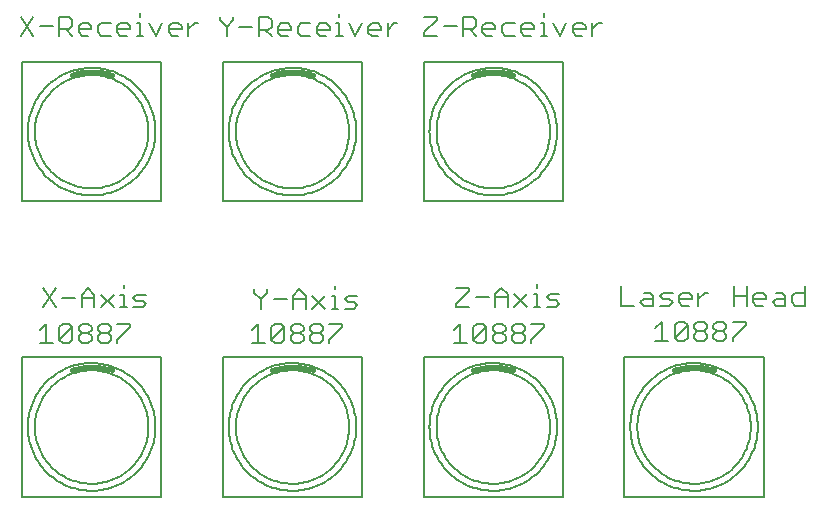
<source format=gto>
G75*
%MOIN*%
%OFA0B0*%
%FSLAX24Y24*%
%IPPOS*%
%LPD*%
%AMOC8*
5,1,8,0,0,1.08239X$1,22.5*
%
%ADD10C,0.0060*%
%ADD11C,0.0080*%
%ADD12C,0.0157*%
D10*
X002493Y011137D02*
X002920Y011137D01*
X002707Y011137D02*
X002707Y011777D01*
X002493Y011564D01*
X003138Y011670D02*
X003138Y011243D01*
X003565Y011670D01*
X003565Y011243D01*
X003458Y011137D01*
X003245Y011137D01*
X003138Y011243D01*
X003138Y011670D02*
X003245Y011777D01*
X003458Y011777D01*
X003565Y011670D01*
X003783Y011670D02*
X003783Y011564D01*
X003889Y011457D01*
X004103Y011457D01*
X004210Y011350D01*
X004210Y011243D01*
X004103Y011137D01*
X003889Y011137D01*
X003783Y011243D01*
X003783Y011350D01*
X003889Y011457D01*
X004103Y011457D02*
X004210Y011564D01*
X004210Y011670D01*
X004103Y011777D01*
X003889Y011777D01*
X003783Y011670D01*
X004427Y011670D02*
X004427Y011564D01*
X004534Y011457D01*
X004747Y011457D01*
X004854Y011350D01*
X004854Y011243D01*
X004747Y011137D01*
X004534Y011137D01*
X004427Y011243D01*
X004427Y011350D01*
X004534Y011457D01*
X004747Y011457D02*
X004854Y011564D01*
X004854Y011670D01*
X004747Y011777D01*
X004534Y011777D01*
X004427Y011670D01*
X005072Y011777D02*
X005499Y011777D01*
X005499Y011670D01*
X005072Y011243D01*
X005072Y011137D01*
X005170Y012318D02*
X005384Y012318D01*
X005277Y012318D02*
X005277Y012745D01*
X005170Y012745D01*
X004953Y012745D02*
X004526Y012318D01*
X004308Y012318D02*
X004308Y012745D01*
X004095Y012958D01*
X003881Y012745D01*
X003881Y012318D01*
X003881Y012638D02*
X004308Y012638D01*
X004526Y012745D02*
X004953Y012318D01*
X005600Y012318D02*
X005920Y012318D01*
X006027Y012424D01*
X005920Y012531D01*
X005707Y012531D01*
X005600Y012638D01*
X005707Y012745D01*
X006027Y012745D01*
X005277Y012958D02*
X005277Y013065D01*
X003663Y012638D02*
X003236Y012638D01*
X003019Y012318D02*
X002592Y012958D01*
X003019Y012958D02*
X002592Y012318D01*
X009560Y011564D02*
X009774Y011777D01*
X009774Y011137D01*
X009987Y011137D02*
X009560Y011137D01*
X010205Y011243D02*
X010205Y011670D01*
X010312Y011777D01*
X010525Y011777D01*
X010632Y011670D01*
X010205Y011243D01*
X010312Y011137D01*
X010525Y011137D01*
X010632Y011243D01*
X010632Y011670D01*
X010849Y011670D02*
X010849Y011564D01*
X010956Y011457D01*
X011170Y011457D01*
X011277Y011350D01*
X011277Y011243D01*
X011170Y011137D01*
X010956Y011137D01*
X010849Y011243D01*
X010849Y011350D01*
X010956Y011457D01*
X011170Y011457D02*
X011277Y011564D01*
X011277Y011670D01*
X011170Y011777D01*
X010956Y011777D01*
X010849Y011670D01*
X010928Y012278D02*
X010928Y012705D01*
X011142Y012919D01*
X011355Y012705D01*
X011355Y012278D01*
X011573Y012278D02*
X012000Y012705D01*
X012217Y012705D02*
X012324Y012705D01*
X012324Y012278D01*
X012217Y012278D02*
X012431Y012278D01*
X012647Y012278D02*
X012967Y012278D01*
X013074Y012385D01*
X012967Y012492D01*
X012754Y012492D01*
X012647Y012599D01*
X012754Y012705D01*
X013074Y012705D01*
X012324Y012919D02*
X012324Y013026D01*
X012000Y012278D02*
X011573Y012705D01*
X011355Y012599D02*
X010928Y012599D01*
X010711Y012599D02*
X010284Y012599D01*
X010066Y012812D02*
X010066Y012919D01*
X010066Y012812D02*
X009853Y012599D01*
X009853Y012278D01*
X009853Y012599D02*
X009639Y012812D01*
X009639Y012919D01*
X011494Y011670D02*
X011494Y011564D01*
X011601Y011457D01*
X011814Y011457D01*
X011921Y011350D01*
X011921Y011243D01*
X011814Y011137D01*
X011601Y011137D01*
X011494Y011243D01*
X011494Y011350D01*
X011601Y011457D01*
X011814Y011457D02*
X011921Y011564D01*
X011921Y011670D01*
X011814Y011777D01*
X011601Y011777D01*
X011494Y011670D01*
X012139Y011777D02*
X012566Y011777D01*
X012566Y011670D01*
X012139Y011243D01*
X012139Y011137D01*
X016293Y011137D02*
X016720Y011137D01*
X016506Y011137D02*
X016506Y011777D01*
X016293Y011564D01*
X016937Y011670D02*
X016937Y011243D01*
X017364Y011670D01*
X017364Y011243D01*
X017258Y011137D01*
X017044Y011137D01*
X016937Y011243D01*
X016937Y011670D02*
X017044Y011777D01*
X017258Y011777D01*
X017364Y011670D01*
X017582Y011670D02*
X017582Y011564D01*
X017689Y011457D01*
X017902Y011457D01*
X018009Y011350D01*
X018009Y011243D01*
X017902Y011137D01*
X017689Y011137D01*
X017582Y011243D01*
X017582Y011350D01*
X017689Y011457D01*
X017902Y011457D02*
X018009Y011564D01*
X018009Y011670D01*
X017902Y011777D01*
X017689Y011777D01*
X017582Y011670D01*
X017661Y012337D02*
X017661Y012764D01*
X017874Y012978D01*
X018088Y012764D01*
X018088Y012337D01*
X018305Y012337D02*
X018732Y012764D01*
X018950Y012764D02*
X019056Y012764D01*
X019056Y012337D01*
X018950Y012337D02*
X019163Y012337D01*
X019379Y012337D02*
X019700Y012337D01*
X019806Y012444D01*
X019700Y012551D01*
X019486Y012551D01*
X019379Y012658D01*
X019486Y012764D01*
X019806Y012764D01*
X019056Y012978D02*
X019056Y013085D01*
X018732Y012337D02*
X018305Y012764D01*
X018088Y012658D02*
X017661Y012658D01*
X017443Y012658D02*
X017016Y012658D01*
X016798Y012871D02*
X016371Y012444D01*
X016371Y012337D01*
X016798Y012337D01*
X016798Y012871D02*
X016798Y012978D01*
X016371Y012978D01*
X018226Y011670D02*
X018226Y011564D01*
X018333Y011457D01*
X018547Y011457D01*
X018653Y011350D01*
X018653Y011243D01*
X018547Y011137D01*
X018333Y011137D01*
X018226Y011243D01*
X018226Y011350D01*
X018333Y011457D01*
X018547Y011457D02*
X018653Y011564D01*
X018653Y011670D01*
X018547Y011777D01*
X018333Y011777D01*
X018226Y011670D01*
X018871Y011777D02*
X019298Y011777D01*
X019298Y011670D01*
X018871Y011243D01*
X018871Y011137D01*
X021864Y012377D02*
X022291Y012377D01*
X022508Y012484D02*
X022615Y012590D01*
X022935Y012590D01*
X022935Y012697D02*
X022935Y012377D01*
X022615Y012377D01*
X022508Y012484D01*
X022615Y012804D02*
X022828Y012804D01*
X022935Y012697D01*
X023153Y012697D02*
X023259Y012590D01*
X023473Y012590D01*
X023580Y012484D01*
X023473Y012377D01*
X023153Y012377D01*
X023153Y012697D02*
X023259Y012804D01*
X023580Y012804D01*
X023797Y012697D02*
X023797Y012484D01*
X023904Y012377D01*
X024117Y012377D01*
X024224Y012590D02*
X023797Y012590D01*
X023797Y012697D02*
X023904Y012804D01*
X024117Y012804D01*
X024224Y012697D01*
X024224Y012590D01*
X024442Y012590D02*
X024655Y012804D01*
X024762Y012804D01*
X024442Y012804D02*
X024442Y012377D01*
X024401Y011836D02*
X024615Y011836D01*
X024721Y011729D01*
X024721Y011623D01*
X024615Y011516D01*
X024401Y011516D01*
X024294Y011623D01*
X024294Y011729D01*
X024401Y011836D01*
X024401Y011516D02*
X024294Y011409D01*
X024294Y011302D01*
X024401Y011196D01*
X024615Y011196D01*
X024721Y011302D01*
X024721Y011409D01*
X024615Y011516D01*
X024939Y011623D02*
X024939Y011729D01*
X025046Y011836D01*
X025259Y011836D01*
X025366Y011729D01*
X025366Y011623D01*
X025259Y011516D01*
X025046Y011516D01*
X024939Y011623D01*
X025046Y011516D02*
X024939Y011409D01*
X024939Y011302D01*
X025046Y011196D01*
X025259Y011196D01*
X025366Y011302D01*
X025366Y011409D01*
X025259Y011516D01*
X025583Y011302D02*
X025583Y011196D01*
X025583Y011302D02*
X026011Y011729D01*
X026011Y011836D01*
X025583Y011836D01*
X025623Y012377D02*
X025623Y013017D01*
X025623Y012697D02*
X026050Y012697D01*
X026268Y012697D02*
X026268Y012484D01*
X026375Y012377D01*
X026588Y012377D01*
X026695Y012590D02*
X026268Y012590D01*
X026268Y012697D02*
X026375Y012804D01*
X026588Y012804D01*
X026695Y012697D01*
X026695Y012590D01*
X026913Y012484D02*
X027019Y012590D01*
X027340Y012590D01*
X027340Y012697D02*
X027233Y012804D01*
X027019Y012804D01*
X026913Y012484D02*
X027019Y012377D01*
X027340Y012377D01*
X027340Y012697D01*
X027557Y012697D02*
X027664Y012804D01*
X027984Y012804D01*
X027984Y013017D02*
X027984Y012377D01*
X027664Y012377D01*
X027557Y012484D01*
X027557Y012697D01*
X026050Y013017D02*
X026050Y012377D01*
X024077Y011729D02*
X024077Y011302D01*
X023970Y011196D01*
X023757Y011196D01*
X023650Y011302D01*
X024077Y011729D01*
X023970Y011836D01*
X023757Y011836D01*
X023650Y011729D01*
X023650Y011302D01*
X023432Y011196D02*
X023005Y011196D01*
X023219Y011196D02*
X023219Y011836D01*
X023005Y011623D01*
X021864Y012377D02*
X021864Y013017D01*
X020895Y021373D02*
X020895Y021800D01*
X021108Y021800D02*
X020895Y021586D01*
X020677Y021586D02*
X020677Y021693D01*
X020570Y021800D01*
X020357Y021800D01*
X020250Y021693D01*
X020250Y021480D01*
X020357Y021373D01*
X020570Y021373D01*
X020677Y021586D02*
X020250Y021586D01*
X020032Y021800D02*
X019819Y021373D01*
X019605Y021800D01*
X019282Y021800D02*
X019282Y021373D01*
X019176Y021373D02*
X019389Y021373D01*
X019282Y021800D02*
X019176Y021800D01*
X019282Y022013D02*
X019282Y022120D01*
X018958Y021693D02*
X018958Y021586D01*
X018531Y021586D01*
X018531Y021480D02*
X018531Y021693D01*
X018638Y021800D01*
X018851Y021800D01*
X018958Y021693D01*
X018638Y021373D02*
X018531Y021480D01*
X018638Y021373D02*
X018851Y021373D01*
X018314Y021373D02*
X017993Y021373D01*
X017887Y021480D01*
X017887Y021693D01*
X017993Y021800D01*
X018314Y021800D01*
X017669Y021693D02*
X017669Y021586D01*
X017242Y021586D01*
X017242Y021480D02*
X017242Y021693D01*
X017349Y021800D01*
X017562Y021800D01*
X017669Y021693D01*
X017562Y021373D02*
X017349Y021373D01*
X017242Y021480D01*
X017025Y021373D02*
X016811Y021586D01*
X016918Y021586D02*
X016598Y021586D01*
X016598Y021373D02*
X016598Y022013D01*
X016918Y022013D01*
X017025Y021907D01*
X017025Y021693D01*
X016918Y021586D01*
X016380Y021693D02*
X015953Y021693D01*
X015735Y021907D02*
X015735Y022013D01*
X015308Y022013D01*
X015735Y021907D02*
X015308Y021480D01*
X015308Y021373D01*
X015735Y021373D01*
X014404Y021780D02*
X014297Y021780D01*
X014083Y021567D01*
X014083Y021780D02*
X014083Y021353D01*
X013866Y021567D02*
X013439Y021567D01*
X013439Y021673D02*
X013439Y021460D01*
X013546Y021353D01*
X013759Y021353D01*
X013866Y021567D02*
X013866Y021673D01*
X013759Y021780D01*
X013546Y021780D01*
X013439Y021673D01*
X013221Y021780D02*
X013008Y021353D01*
X012794Y021780D01*
X012471Y021780D02*
X012471Y021353D01*
X012365Y021353D02*
X012578Y021353D01*
X012471Y021780D02*
X012365Y021780D01*
X012471Y021994D02*
X012471Y022100D01*
X012147Y021673D02*
X012147Y021567D01*
X011720Y021567D01*
X011720Y021673D02*
X011720Y021460D01*
X011827Y021353D01*
X012040Y021353D01*
X012147Y021673D02*
X012040Y021780D01*
X011827Y021780D01*
X011720Y021673D01*
X011503Y021780D02*
X011182Y021780D01*
X011076Y021673D01*
X011076Y021460D01*
X011182Y021353D01*
X011503Y021353D01*
X010858Y021567D02*
X010858Y021673D01*
X010751Y021780D01*
X010538Y021780D01*
X010431Y021673D01*
X010431Y021460D01*
X010538Y021353D01*
X010751Y021353D01*
X010858Y021567D02*
X010431Y021567D01*
X010214Y021673D02*
X010107Y021567D01*
X009787Y021567D01*
X010000Y021567D02*
X010214Y021353D01*
X009787Y021353D02*
X009787Y021994D01*
X010107Y021994D01*
X010214Y021887D01*
X010214Y021673D01*
X009569Y021673D02*
X009142Y021673D01*
X008924Y021887D02*
X008924Y021994D01*
X008924Y021887D02*
X008711Y021673D01*
X008711Y021353D01*
X008711Y021673D02*
X008497Y021887D01*
X008497Y021994D01*
X007750Y021800D02*
X007643Y021800D01*
X007430Y021586D01*
X007430Y021373D02*
X007430Y021800D01*
X007212Y021693D02*
X007212Y021586D01*
X006785Y021586D01*
X006785Y021480D02*
X006785Y021693D01*
X006892Y021800D01*
X007106Y021800D01*
X007212Y021693D01*
X007106Y021373D02*
X006892Y021373D01*
X006785Y021480D01*
X006568Y021800D02*
X006354Y021373D01*
X006141Y021800D01*
X005818Y021800D02*
X005818Y021373D01*
X005711Y021373D02*
X005925Y021373D01*
X005494Y021586D02*
X005067Y021586D01*
X005067Y021480D02*
X005067Y021693D01*
X005173Y021800D01*
X005387Y021800D01*
X005494Y021693D01*
X005494Y021586D01*
X005387Y021373D02*
X005173Y021373D01*
X005067Y021480D01*
X004849Y021373D02*
X004529Y021373D01*
X004422Y021480D01*
X004422Y021693D01*
X004529Y021800D01*
X004849Y021800D01*
X004205Y021693D02*
X004205Y021586D01*
X003778Y021586D01*
X003778Y021480D02*
X003778Y021693D01*
X003884Y021800D01*
X004098Y021800D01*
X004205Y021693D01*
X003884Y021373D02*
X003778Y021480D01*
X003884Y021373D02*
X004098Y021373D01*
X003560Y021373D02*
X003346Y021586D01*
X003453Y021586D02*
X003133Y021586D01*
X003133Y021373D02*
X003133Y022013D01*
X003453Y022013D01*
X003560Y021907D01*
X003560Y021693D01*
X003453Y021586D01*
X002915Y021693D02*
X002488Y021693D01*
X002271Y022013D02*
X001844Y021373D01*
X002271Y021373D02*
X001844Y022013D01*
X005711Y021800D02*
X005818Y021800D01*
X005818Y022013D02*
X005818Y022120D01*
X021108Y021800D02*
X021215Y021800D01*
D11*
X001893Y010654D02*
X001893Y006008D01*
X006538Y006008D01*
X006538Y010654D01*
X001893Y010654D01*
X002324Y008331D02*
X002326Y008418D01*
X002332Y008504D01*
X002342Y008590D01*
X002356Y008676D01*
X002374Y008761D01*
X002395Y008845D01*
X002421Y008928D01*
X002450Y009009D01*
X002483Y009090D01*
X002519Y009168D01*
X002560Y009245D01*
X002603Y009320D01*
X002650Y009393D01*
X002701Y009463D01*
X002754Y009532D01*
X002811Y009597D01*
X002870Y009660D01*
X002933Y009721D01*
X002998Y009778D01*
X003065Y009832D01*
X003135Y009883D01*
X003208Y009931D01*
X003282Y009976D01*
X003358Y010017D01*
X003437Y010054D01*
X003516Y010088D01*
X003598Y010118D01*
X003680Y010145D01*
X003764Y010167D01*
X003849Y010186D01*
X003934Y010201D01*
X004020Y010212D01*
X004107Y010219D01*
X004193Y010222D01*
X004280Y010221D01*
X004367Y010216D01*
X004453Y010207D01*
X004539Y010194D01*
X004624Y010177D01*
X004708Y010157D01*
X004791Y010132D01*
X004873Y010104D01*
X004954Y010072D01*
X005033Y010036D01*
X005110Y009997D01*
X005185Y009954D01*
X005259Y009908D01*
X005330Y009858D01*
X005399Y009806D01*
X005465Y009750D01*
X005529Y009691D01*
X005590Y009629D01*
X005648Y009565D01*
X005703Y009498D01*
X005755Y009428D01*
X005804Y009357D01*
X005849Y009283D01*
X005891Y009207D01*
X005929Y009129D01*
X005964Y009050D01*
X005995Y008969D01*
X006023Y008886D01*
X006046Y008803D01*
X006066Y008719D01*
X006082Y008633D01*
X006094Y008547D01*
X006102Y008461D01*
X006106Y008374D01*
X006106Y008288D01*
X006102Y008201D01*
X006094Y008115D01*
X006082Y008029D01*
X006066Y007943D01*
X006046Y007859D01*
X006023Y007776D01*
X005995Y007693D01*
X005964Y007612D01*
X005929Y007533D01*
X005891Y007455D01*
X005849Y007379D01*
X005804Y007305D01*
X005755Y007234D01*
X005703Y007164D01*
X005648Y007097D01*
X005590Y007033D01*
X005529Y006971D01*
X005465Y006912D01*
X005399Y006856D01*
X005330Y006804D01*
X005259Y006754D01*
X005185Y006708D01*
X005110Y006665D01*
X005033Y006626D01*
X004954Y006590D01*
X004873Y006558D01*
X004791Y006530D01*
X004708Y006505D01*
X004624Y006485D01*
X004539Y006468D01*
X004453Y006455D01*
X004367Y006446D01*
X004280Y006441D01*
X004193Y006440D01*
X004107Y006443D01*
X004020Y006450D01*
X003934Y006461D01*
X003849Y006476D01*
X003764Y006495D01*
X003680Y006517D01*
X003598Y006544D01*
X003516Y006574D01*
X003437Y006608D01*
X003358Y006645D01*
X003282Y006686D01*
X003208Y006731D01*
X003135Y006779D01*
X003065Y006830D01*
X002998Y006884D01*
X002933Y006941D01*
X002870Y007002D01*
X002811Y007065D01*
X002754Y007130D01*
X002701Y007199D01*
X002650Y007269D01*
X002603Y007342D01*
X002560Y007417D01*
X002519Y007494D01*
X002483Y007572D01*
X002450Y007653D01*
X002421Y007734D01*
X002395Y007817D01*
X002374Y007901D01*
X002356Y007986D01*
X002342Y008072D01*
X002332Y008158D01*
X002326Y008244D01*
X002324Y008331D01*
X002089Y008331D02*
X002091Y008423D01*
X002097Y008515D01*
X002107Y008607D01*
X002121Y008698D01*
X002139Y008788D01*
X002160Y008878D01*
X002186Y008966D01*
X002215Y009053D01*
X002249Y009139D01*
X002285Y009224D01*
X002326Y009306D01*
X002370Y009387D01*
X002417Y009466D01*
X002468Y009543D01*
X002523Y009618D01*
X002580Y009690D01*
X002640Y009759D01*
X002704Y009826D01*
X002770Y009890D01*
X002839Y009951D01*
X002910Y010009D01*
X002984Y010064D01*
X003060Y010116D01*
X003139Y010164D01*
X003219Y010209D01*
X003301Y010251D01*
X003385Y010288D01*
X003471Y010323D01*
X003558Y010353D01*
X003646Y010380D01*
X003736Y010402D01*
X003826Y010421D01*
X003917Y010436D01*
X004008Y010447D01*
X004100Y010454D01*
X004192Y010457D01*
X004284Y010456D01*
X004376Y010451D01*
X004468Y010442D01*
X004559Y010429D01*
X004650Y010412D01*
X004739Y010391D01*
X004828Y010367D01*
X004916Y010338D01*
X005002Y010306D01*
X005087Y010270D01*
X005170Y010230D01*
X005251Y010187D01*
X005331Y010141D01*
X005408Y010091D01*
X005483Y010037D01*
X005556Y009981D01*
X005626Y009921D01*
X005694Y009859D01*
X005758Y009793D01*
X005820Y009725D01*
X005879Y009654D01*
X005935Y009581D01*
X005987Y009505D01*
X006037Y009427D01*
X006082Y009347D01*
X006125Y009265D01*
X006163Y009182D01*
X006198Y009096D01*
X006230Y009010D01*
X006257Y008922D01*
X006281Y008833D01*
X006301Y008743D01*
X006317Y008652D01*
X006329Y008561D01*
X006337Y008469D01*
X006341Y008377D01*
X006341Y008285D01*
X006337Y008193D01*
X006329Y008101D01*
X006317Y008010D01*
X006301Y007919D01*
X006281Y007829D01*
X006257Y007740D01*
X006230Y007652D01*
X006198Y007566D01*
X006163Y007480D01*
X006125Y007397D01*
X006082Y007315D01*
X006037Y007235D01*
X005987Y007157D01*
X005935Y007081D01*
X005879Y007008D01*
X005820Y006937D01*
X005758Y006869D01*
X005694Y006803D01*
X005626Y006741D01*
X005556Y006681D01*
X005483Y006625D01*
X005408Y006571D01*
X005331Y006521D01*
X005251Y006475D01*
X005170Y006432D01*
X005087Y006392D01*
X005002Y006356D01*
X004916Y006324D01*
X004828Y006295D01*
X004739Y006271D01*
X004650Y006250D01*
X004559Y006233D01*
X004468Y006220D01*
X004376Y006211D01*
X004284Y006206D01*
X004192Y006205D01*
X004100Y006208D01*
X004008Y006215D01*
X003917Y006226D01*
X003826Y006241D01*
X003736Y006260D01*
X003646Y006282D01*
X003558Y006309D01*
X003471Y006339D01*
X003385Y006374D01*
X003301Y006411D01*
X003219Y006453D01*
X003139Y006498D01*
X003060Y006546D01*
X002984Y006598D01*
X002910Y006653D01*
X002839Y006711D01*
X002770Y006772D01*
X002704Y006836D01*
X002640Y006903D01*
X002580Y006972D01*
X002523Y007044D01*
X002468Y007119D01*
X002417Y007196D01*
X002370Y007275D01*
X002326Y007356D01*
X002285Y007438D01*
X002249Y007523D01*
X002215Y007609D01*
X002186Y007696D01*
X002160Y007784D01*
X002139Y007874D01*
X002121Y007964D01*
X002107Y008055D01*
X002097Y008147D01*
X002091Y008239D01*
X002089Y008331D01*
X008586Y006008D02*
X008586Y010654D01*
X013231Y010654D01*
X013231Y006008D01*
X008586Y006008D01*
X009017Y008331D02*
X009019Y008418D01*
X009025Y008504D01*
X009035Y008590D01*
X009049Y008676D01*
X009067Y008761D01*
X009088Y008845D01*
X009114Y008928D01*
X009143Y009009D01*
X009176Y009090D01*
X009212Y009168D01*
X009253Y009245D01*
X009296Y009320D01*
X009343Y009393D01*
X009394Y009463D01*
X009447Y009532D01*
X009504Y009597D01*
X009563Y009660D01*
X009626Y009721D01*
X009691Y009778D01*
X009758Y009832D01*
X009828Y009883D01*
X009901Y009931D01*
X009975Y009976D01*
X010051Y010017D01*
X010130Y010054D01*
X010209Y010088D01*
X010291Y010118D01*
X010373Y010145D01*
X010457Y010167D01*
X010542Y010186D01*
X010627Y010201D01*
X010713Y010212D01*
X010800Y010219D01*
X010886Y010222D01*
X010973Y010221D01*
X011060Y010216D01*
X011146Y010207D01*
X011232Y010194D01*
X011317Y010177D01*
X011401Y010157D01*
X011484Y010132D01*
X011566Y010104D01*
X011647Y010072D01*
X011726Y010036D01*
X011803Y009997D01*
X011878Y009954D01*
X011952Y009908D01*
X012023Y009858D01*
X012092Y009806D01*
X012158Y009750D01*
X012222Y009691D01*
X012283Y009629D01*
X012341Y009565D01*
X012396Y009498D01*
X012448Y009428D01*
X012497Y009357D01*
X012542Y009283D01*
X012584Y009207D01*
X012622Y009129D01*
X012657Y009050D01*
X012688Y008969D01*
X012716Y008886D01*
X012739Y008803D01*
X012759Y008719D01*
X012775Y008633D01*
X012787Y008547D01*
X012795Y008461D01*
X012799Y008374D01*
X012799Y008288D01*
X012795Y008201D01*
X012787Y008115D01*
X012775Y008029D01*
X012759Y007943D01*
X012739Y007859D01*
X012716Y007776D01*
X012688Y007693D01*
X012657Y007612D01*
X012622Y007533D01*
X012584Y007455D01*
X012542Y007379D01*
X012497Y007305D01*
X012448Y007234D01*
X012396Y007164D01*
X012341Y007097D01*
X012283Y007033D01*
X012222Y006971D01*
X012158Y006912D01*
X012092Y006856D01*
X012023Y006804D01*
X011952Y006754D01*
X011878Y006708D01*
X011803Y006665D01*
X011726Y006626D01*
X011647Y006590D01*
X011566Y006558D01*
X011484Y006530D01*
X011401Y006505D01*
X011317Y006485D01*
X011232Y006468D01*
X011146Y006455D01*
X011060Y006446D01*
X010973Y006441D01*
X010886Y006440D01*
X010800Y006443D01*
X010713Y006450D01*
X010627Y006461D01*
X010542Y006476D01*
X010457Y006495D01*
X010373Y006517D01*
X010291Y006544D01*
X010209Y006574D01*
X010130Y006608D01*
X010051Y006645D01*
X009975Y006686D01*
X009901Y006731D01*
X009828Y006779D01*
X009758Y006830D01*
X009691Y006884D01*
X009626Y006941D01*
X009563Y007002D01*
X009504Y007065D01*
X009447Y007130D01*
X009394Y007199D01*
X009343Y007269D01*
X009296Y007342D01*
X009253Y007417D01*
X009212Y007494D01*
X009176Y007572D01*
X009143Y007653D01*
X009114Y007734D01*
X009088Y007817D01*
X009067Y007901D01*
X009049Y007986D01*
X009035Y008072D01*
X009025Y008158D01*
X009019Y008244D01*
X009017Y008331D01*
X008782Y008331D02*
X008784Y008423D01*
X008790Y008515D01*
X008800Y008607D01*
X008814Y008698D01*
X008832Y008788D01*
X008853Y008878D01*
X008879Y008966D01*
X008908Y009053D01*
X008942Y009139D01*
X008978Y009224D01*
X009019Y009306D01*
X009063Y009387D01*
X009110Y009466D01*
X009161Y009543D01*
X009216Y009618D01*
X009273Y009690D01*
X009333Y009759D01*
X009397Y009826D01*
X009463Y009890D01*
X009532Y009951D01*
X009603Y010009D01*
X009677Y010064D01*
X009753Y010116D01*
X009832Y010164D01*
X009912Y010209D01*
X009994Y010251D01*
X010078Y010288D01*
X010164Y010323D01*
X010251Y010353D01*
X010339Y010380D01*
X010429Y010402D01*
X010519Y010421D01*
X010610Y010436D01*
X010701Y010447D01*
X010793Y010454D01*
X010885Y010457D01*
X010977Y010456D01*
X011069Y010451D01*
X011161Y010442D01*
X011252Y010429D01*
X011343Y010412D01*
X011432Y010391D01*
X011521Y010367D01*
X011609Y010338D01*
X011695Y010306D01*
X011780Y010270D01*
X011863Y010230D01*
X011944Y010187D01*
X012024Y010141D01*
X012101Y010091D01*
X012176Y010037D01*
X012249Y009981D01*
X012319Y009921D01*
X012387Y009859D01*
X012451Y009793D01*
X012513Y009725D01*
X012572Y009654D01*
X012628Y009581D01*
X012680Y009505D01*
X012730Y009427D01*
X012775Y009347D01*
X012818Y009265D01*
X012856Y009182D01*
X012891Y009096D01*
X012923Y009010D01*
X012950Y008922D01*
X012974Y008833D01*
X012994Y008743D01*
X013010Y008652D01*
X013022Y008561D01*
X013030Y008469D01*
X013034Y008377D01*
X013034Y008285D01*
X013030Y008193D01*
X013022Y008101D01*
X013010Y008010D01*
X012994Y007919D01*
X012974Y007829D01*
X012950Y007740D01*
X012923Y007652D01*
X012891Y007566D01*
X012856Y007480D01*
X012818Y007397D01*
X012775Y007315D01*
X012730Y007235D01*
X012680Y007157D01*
X012628Y007081D01*
X012572Y007008D01*
X012513Y006937D01*
X012451Y006869D01*
X012387Y006803D01*
X012319Y006741D01*
X012249Y006681D01*
X012176Y006625D01*
X012101Y006571D01*
X012024Y006521D01*
X011944Y006475D01*
X011863Y006432D01*
X011780Y006392D01*
X011695Y006356D01*
X011609Y006324D01*
X011521Y006295D01*
X011432Y006271D01*
X011343Y006250D01*
X011252Y006233D01*
X011161Y006220D01*
X011069Y006211D01*
X010977Y006206D01*
X010885Y006205D01*
X010793Y006208D01*
X010701Y006215D01*
X010610Y006226D01*
X010519Y006241D01*
X010429Y006260D01*
X010339Y006282D01*
X010251Y006309D01*
X010164Y006339D01*
X010078Y006374D01*
X009994Y006411D01*
X009912Y006453D01*
X009832Y006498D01*
X009753Y006546D01*
X009677Y006598D01*
X009603Y006653D01*
X009532Y006711D01*
X009463Y006772D01*
X009397Y006836D01*
X009333Y006903D01*
X009273Y006972D01*
X009216Y007044D01*
X009161Y007119D01*
X009110Y007196D01*
X009063Y007275D01*
X009019Y007356D01*
X008978Y007438D01*
X008942Y007523D01*
X008908Y007609D01*
X008879Y007696D01*
X008853Y007784D01*
X008832Y007874D01*
X008814Y007964D01*
X008800Y008055D01*
X008790Y008147D01*
X008784Y008239D01*
X008782Y008331D01*
X015278Y006008D02*
X015278Y010654D01*
X019924Y010654D01*
X019924Y006008D01*
X015278Y006008D01*
X015710Y008331D02*
X015712Y008418D01*
X015718Y008504D01*
X015728Y008590D01*
X015742Y008676D01*
X015760Y008761D01*
X015781Y008845D01*
X015807Y008928D01*
X015836Y009009D01*
X015869Y009090D01*
X015905Y009168D01*
X015946Y009245D01*
X015989Y009320D01*
X016036Y009393D01*
X016087Y009463D01*
X016140Y009532D01*
X016197Y009597D01*
X016256Y009660D01*
X016319Y009721D01*
X016384Y009778D01*
X016451Y009832D01*
X016521Y009883D01*
X016594Y009931D01*
X016668Y009976D01*
X016744Y010017D01*
X016823Y010054D01*
X016902Y010088D01*
X016984Y010118D01*
X017066Y010145D01*
X017150Y010167D01*
X017235Y010186D01*
X017320Y010201D01*
X017406Y010212D01*
X017493Y010219D01*
X017579Y010222D01*
X017666Y010221D01*
X017753Y010216D01*
X017839Y010207D01*
X017925Y010194D01*
X018010Y010177D01*
X018094Y010157D01*
X018177Y010132D01*
X018259Y010104D01*
X018340Y010072D01*
X018419Y010036D01*
X018496Y009997D01*
X018571Y009954D01*
X018645Y009908D01*
X018716Y009858D01*
X018785Y009806D01*
X018851Y009750D01*
X018915Y009691D01*
X018976Y009629D01*
X019034Y009565D01*
X019089Y009498D01*
X019141Y009428D01*
X019190Y009357D01*
X019235Y009283D01*
X019277Y009207D01*
X019315Y009129D01*
X019350Y009050D01*
X019381Y008969D01*
X019409Y008886D01*
X019432Y008803D01*
X019452Y008719D01*
X019468Y008633D01*
X019480Y008547D01*
X019488Y008461D01*
X019492Y008374D01*
X019492Y008288D01*
X019488Y008201D01*
X019480Y008115D01*
X019468Y008029D01*
X019452Y007943D01*
X019432Y007859D01*
X019409Y007776D01*
X019381Y007693D01*
X019350Y007612D01*
X019315Y007533D01*
X019277Y007455D01*
X019235Y007379D01*
X019190Y007305D01*
X019141Y007234D01*
X019089Y007164D01*
X019034Y007097D01*
X018976Y007033D01*
X018915Y006971D01*
X018851Y006912D01*
X018785Y006856D01*
X018716Y006804D01*
X018645Y006754D01*
X018571Y006708D01*
X018496Y006665D01*
X018419Y006626D01*
X018340Y006590D01*
X018259Y006558D01*
X018177Y006530D01*
X018094Y006505D01*
X018010Y006485D01*
X017925Y006468D01*
X017839Y006455D01*
X017753Y006446D01*
X017666Y006441D01*
X017579Y006440D01*
X017493Y006443D01*
X017406Y006450D01*
X017320Y006461D01*
X017235Y006476D01*
X017150Y006495D01*
X017066Y006517D01*
X016984Y006544D01*
X016902Y006574D01*
X016823Y006608D01*
X016744Y006645D01*
X016668Y006686D01*
X016594Y006731D01*
X016521Y006779D01*
X016451Y006830D01*
X016384Y006884D01*
X016319Y006941D01*
X016256Y007002D01*
X016197Y007065D01*
X016140Y007130D01*
X016087Y007199D01*
X016036Y007269D01*
X015989Y007342D01*
X015946Y007417D01*
X015905Y007494D01*
X015869Y007572D01*
X015836Y007653D01*
X015807Y007734D01*
X015781Y007817D01*
X015760Y007901D01*
X015742Y007986D01*
X015728Y008072D01*
X015718Y008158D01*
X015712Y008244D01*
X015710Y008331D01*
X015475Y008331D02*
X015477Y008423D01*
X015483Y008515D01*
X015493Y008607D01*
X015507Y008698D01*
X015525Y008788D01*
X015546Y008878D01*
X015572Y008966D01*
X015601Y009053D01*
X015635Y009139D01*
X015671Y009224D01*
X015712Y009306D01*
X015756Y009387D01*
X015803Y009466D01*
X015854Y009543D01*
X015909Y009618D01*
X015966Y009690D01*
X016026Y009759D01*
X016090Y009826D01*
X016156Y009890D01*
X016225Y009951D01*
X016296Y010009D01*
X016370Y010064D01*
X016446Y010116D01*
X016525Y010164D01*
X016605Y010209D01*
X016687Y010251D01*
X016771Y010288D01*
X016857Y010323D01*
X016944Y010353D01*
X017032Y010380D01*
X017122Y010402D01*
X017212Y010421D01*
X017303Y010436D01*
X017394Y010447D01*
X017486Y010454D01*
X017578Y010457D01*
X017670Y010456D01*
X017762Y010451D01*
X017854Y010442D01*
X017945Y010429D01*
X018036Y010412D01*
X018125Y010391D01*
X018214Y010367D01*
X018302Y010338D01*
X018388Y010306D01*
X018473Y010270D01*
X018556Y010230D01*
X018637Y010187D01*
X018717Y010141D01*
X018794Y010091D01*
X018869Y010037D01*
X018942Y009981D01*
X019012Y009921D01*
X019080Y009859D01*
X019144Y009793D01*
X019206Y009725D01*
X019265Y009654D01*
X019321Y009581D01*
X019373Y009505D01*
X019423Y009427D01*
X019468Y009347D01*
X019511Y009265D01*
X019549Y009182D01*
X019584Y009096D01*
X019616Y009010D01*
X019643Y008922D01*
X019667Y008833D01*
X019687Y008743D01*
X019703Y008652D01*
X019715Y008561D01*
X019723Y008469D01*
X019727Y008377D01*
X019727Y008285D01*
X019723Y008193D01*
X019715Y008101D01*
X019703Y008010D01*
X019687Y007919D01*
X019667Y007829D01*
X019643Y007740D01*
X019616Y007652D01*
X019584Y007566D01*
X019549Y007480D01*
X019511Y007397D01*
X019468Y007315D01*
X019423Y007235D01*
X019373Y007157D01*
X019321Y007081D01*
X019265Y007008D01*
X019206Y006937D01*
X019144Y006869D01*
X019080Y006803D01*
X019012Y006741D01*
X018942Y006681D01*
X018869Y006625D01*
X018794Y006571D01*
X018717Y006521D01*
X018637Y006475D01*
X018556Y006432D01*
X018473Y006392D01*
X018388Y006356D01*
X018302Y006324D01*
X018214Y006295D01*
X018125Y006271D01*
X018036Y006250D01*
X017945Y006233D01*
X017854Y006220D01*
X017762Y006211D01*
X017670Y006206D01*
X017578Y006205D01*
X017486Y006208D01*
X017394Y006215D01*
X017303Y006226D01*
X017212Y006241D01*
X017122Y006260D01*
X017032Y006282D01*
X016944Y006309D01*
X016857Y006339D01*
X016771Y006374D01*
X016687Y006411D01*
X016605Y006453D01*
X016525Y006498D01*
X016446Y006546D01*
X016370Y006598D01*
X016296Y006653D01*
X016225Y006711D01*
X016156Y006772D01*
X016090Y006836D01*
X016026Y006903D01*
X015966Y006972D01*
X015909Y007044D01*
X015854Y007119D01*
X015803Y007196D01*
X015756Y007275D01*
X015712Y007356D01*
X015671Y007438D01*
X015635Y007523D01*
X015601Y007609D01*
X015572Y007696D01*
X015546Y007784D01*
X015525Y007874D01*
X015507Y007964D01*
X015493Y008055D01*
X015483Y008147D01*
X015477Y008239D01*
X015475Y008331D01*
X021971Y006008D02*
X021971Y010654D01*
X026617Y010654D01*
X026617Y006008D01*
X021971Y006008D01*
X022403Y008331D02*
X022405Y008418D01*
X022411Y008504D01*
X022421Y008590D01*
X022435Y008676D01*
X022453Y008761D01*
X022474Y008845D01*
X022500Y008928D01*
X022529Y009009D01*
X022562Y009090D01*
X022598Y009168D01*
X022639Y009245D01*
X022682Y009320D01*
X022729Y009393D01*
X022780Y009463D01*
X022833Y009532D01*
X022890Y009597D01*
X022949Y009660D01*
X023012Y009721D01*
X023077Y009778D01*
X023144Y009832D01*
X023214Y009883D01*
X023287Y009931D01*
X023361Y009976D01*
X023437Y010017D01*
X023516Y010054D01*
X023595Y010088D01*
X023677Y010118D01*
X023759Y010145D01*
X023843Y010167D01*
X023928Y010186D01*
X024013Y010201D01*
X024099Y010212D01*
X024186Y010219D01*
X024272Y010222D01*
X024359Y010221D01*
X024446Y010216D01*
X024532Y010207D01*
X024618Y010194D01*
X024703Y010177D01*
X024787Y010157D01*
X024870Y010132D01*
X024952Y010104D01*
X025033Y010072D01*
X025112Y010036D01*
X025189Y009997D01*
X025264Y009954D01*
X025338Y009908D01*
X025409Y009858D01*
X025478Y009806D01*
X025544Y009750D01*
X025608Y009691D01*
X025669Y009629D01*
X025727Y009565D01*
X025782Y009498D01*
X025834Y009428D01*
X025883Y009357D01*
X025928Y009283D01*
X025970Y009207D01*
X026008Y009129D01*
X026043Y009050D01*
X026074Y008969D01*
X026102Y008886D01*
X026125Y008803D01*
X026145Y008719D01*
X026161Y008633D01*
X026173Y008547D01*
X026181Y008461D01*
X026185Y008374D01*
X026185Y008288D01*
X026181Y008201D01*
X026173Y008115D01*
X026161Y008029D01*
X026145Y007943D01*
X026125Y007859D01*
X026102Y007776D01*
X026074Y007693D01*
X026043Y007612D01*
X026008Y007533D01*
X025970Y007455D01*
X025928Y007379D01*
X025883Y007305D01*
X025834Y007234D01*
X025782Y007164D01*
X025727Y007097D01*
X025669Y007033D01*
X025608Y006971D01*
X025544Y006912D01*
X025478Y006856D01*
X025409Y006804D01*
X025338Y006754D01*
X025264Y006708D01*
X025189Y006665D01*
X025112Y006626D01*
X025033Y006590D01*
X024952Y006558D01*
X024870Y006530D01*
X024787Y006505D01*
X024703Y006485D01*
X024618Y006468D01*
X024532Y006455D01*
X024446Y006446D01*
X024359Y006441D01*
X024272Y006440D01*
X024186Y006443D01*
X024099Y006450D01*
X024013Y006461D01*
X023928Y006476D01*
X023843Y006495D01*
X023759Y006517D01*
X023677Y006544D01*
X023595Y006574D01*
X023516Y006608D01*
X023437Y006645D01*
X023361Y006686D01*
X023287Y006731D01*
X023214Y006779D01*
X023144Y006830D01*
X023077Y006884D01*
X023012Y006941D01*
X022949Y007002D01*
X022890Y007065D01*
X022833Y007130D01*
X022780Y007199D01*
X022729Y007269D01*
X022682Y007342D01*
X022639Y007417D01*
X022598Y007494D01*
X022562Y007572D01*
X022529Y007653D01*
X022500Y007734D01*
X022474Y007817D01*
X022453Y007901D01*
X022435Y007986D01*
X022421Y008072D01*
X022411Y008158D01*
X022405Y008244D01*
X022403Y008331D01*
X022168Y008331D02*
X022170Y008423D01*
X022176Y008515D01*
X022186Y008607D01*
X022200Y008698D01*
X022218Y008788D01*
X022239Y008878D01*
X022265Y008966D01*
X022294Y009053D01*
X022328Y009139D01*
X022364Y009224D01*
X022405Y009306D01*
X022449Y009387D01*
X022496Y009466D01*
X022547Y009543D01*
X022602Y009618D01*
X022659Y009690D01*
X022719Y009759D01*
X022783Y009826D01*
X022849Y009890D01*
X022918Y009951D01*
X022989Y010009D01*
X023063Y010064D01*
X023139Y010116D01*
X023218Y010164D01*
X023298Y010209D01*
X023380Y010251D01*
X023464Y010288D01*
X023550Y010323D01*
X023637Y010353D01*
X023725Y010380D01*
X023815Y010402D01*
X023905Y010421D01*
X023996Y010436D01*
X024087Y010447D01*
X024179Y010454D01*
X024271Y010457D01*
X024363Y010456D01*
X024455Y010451D01*
X024547Y010442D01*
X024638Y010429D01*
X024729Y010412D01*
X024818Y010391D01*
X024907Y010367D01*
X024995Y010338D01*
X025081Y010306D01*
X025166Y010270D01*
X025249Y010230D01*
X025330Y010187D01*
X025410Y010141D01*
X025487Y010091D01*
X025562Y010037D01*
X025635Y009981D01*
X025705Y009921D01*
X025773Y009859D01*
X025837Y009793D01*
X025899Y009725D01*
X025958Y009654D01*
X026014Y009581D01*
X026066Y009505D01*
X026116Y009427D01*
X026161Y009347D01*
X026204Y009265D01*
X026242Y009182D01*
X026277Y009096D01*
X026309Y009010D01*
X026336Y008922D01*
X026360Y008833D01*
X026380Y008743D01*
X026396Y008652D01*
X026408Y008561D01*
X026416Y008469D01*
X026420Y008377D01*
X026420Y008285D01*
X026416Y008193D01*
X026408Y008101D01*
X026396Y008010D01*
X026380Y007919D01*
X026360Y007829D01*
X026336Y007740D01*
X026309Y007652D01*
X026277Y007566D01*
X026242Y007480D01*
X026204Y007397D01*
X026161Y007315D01*
X026116Y007235D01*
X026066Y007157D01*
X026014Y007081D01*
X025958Y007008D01*
X025899Y006937D01*
X025837Y006869D01*
X025773Y006803D01*
X025705Y006741D01*
X025635Y006681D01*
X025562Y006625D01*
X025487Y006571D01*
X025410Y006521D01*
X025330Y006475D01*
X025249Y006432D01*
X025166Y006392D01*
X025081Y006356D01*
X024995Y006324D01*
X024907Y006295D01*
X024818Y006271D01*
X024729Y006250D01*
X024638Y006233D01*
X024547Y006220D01*
X024455Y006211D01*
X024363Y006206D01*
X024271Y006205D01*
X024179Y006208D01*
X024087Y006215D01*
X023996Y006226D01*
X023905Y006241D01*
X023815Y006260D01*
X023725Y006282D01*
X023637Y006309D01*
X023550Y006339D01*
X023464Y006374D01*
X023380Y006411D01*
X023298Y006453D01*
X023218Y006498D01*
X023139Y006546D01*
X023063Y006598D01*
X022989Y006653D01*
X022918Y006711D01*
X022849Y006772D01*
X022783Y006836D01*
X022719Y006903D01*
X022659Y006972D01*
X022602Y007044D01*
X022547Y007119D01*
X022496Y007196D01*
X022449Y007275D01*
X022405Y007356D01*
X022364Y007438D01*
X022328Y007523D01*
X022294Y007609D01*
X022265Y007696D01*
X022239Y007784D01*
X022218Y007874D01*
X022200Y007964D01*
X022186Y008055D01*
X022176Y008147D01*
X022170Y008239D01*
X022168Y008331D01*
X019924Y015851D02*
X015278Y015851D01*
X015278Y020496D01*
X019924Y020496D01*
X019924Y015851D01*
X015710Y018174D02*
X015712Y018261D01*
X015718Y018347D01*
X015728Y018433D01*
X015742Y018519D01*
X015760Y018604D01*
X015781Y018688D01*
X015807Y018771D01*
X015836Y018852D01*
X015869Y018933D01*
X015905Y019011D01*
X015946Y019088D01*
X015989Y019163D01*
X016036Y019236D01*
X016087Y019306D01*
X016140Y019375D01*
X016197Y019440D01*
X016256Y019503D01*
X016319Y019564D01*
X016384Y019621D01*
X016451Y019675D01*
X016521Y019726D01*
X016594Y019774D01*
X016668Y019819D01*
X016744Y019860D01*
X016823Y019897D01*
X016902Y019931D01*
X016984Y019961D01*
X017066Y019988D01*
X017150Y020010D01*
X017235Y020029D01*
X017320Y020044D01*
X017406Y020055D01*
X017493Y020062D01*
X017579Y020065D01*
X017666Y020064D01*
X017753Y020059D01*
X017839Y020050D01*
X017925Y020037D01*
X018010Y020020D01*
X018094Y020000D01*
X018177Y019975D01*
X018259Y019947D01*
X018340Y019915D01*
X018419Y019879D01*
X018496Y019840D01*
X018571Y019797D01*
X018645Y019751D01*
X018716Y019701D01*
X018785Y019649D01*
X018851Y019593D01*
X018915Y019534D01*
X018976Y019472D01*
X019034Y019408D01*
X019089Y019341D01*
X019141Y019271D01*
X019190Y019200D01*
X019235Y019126D01*
X019277Y019050D01*
X019315Y018972D01*
X019350Y018893D01*
X019381Y018812D01*
X019409Y018729D01*
X019432Y018646D01*
X019452Y018562D01*
X019468Y018476D01*
X019480Y018390D01*
X019488Y018304D01*
X019492Y018217D01*
X019492Y018131D01*
X019488Y018044D01*
X019480Y017958D01*
X019468Y017872D01*
X019452Y017786D01*
X019432Y017702D01*
X019409Y017619D01*
X019381Y017536D01*
X019350Y017455D01*
X019315Y017376D01*
X019277Y017298D01*
X019235Y017222D01*
X019190Y017148D01*
X019141Y017077D01*
X019089Y017007D01*
X019034Y016940D01*
X018976Y016876D01*
X018915Y016814D01*
X018851Y016755D01*
X018785Y016699D01*
X018716Y016647D01*
X018645Y016597D01*
X018571Y016551D01*
X018496Y016508D01*
X018419Y016469D01*
X018340Y016433D01*
X018259Y016401D01*
X018177Y016373D01*
X018094Y016348D01*
X018010Y016328D01*
X017925Y016311D01*
X017839Y016298D01*
X017753Y016289D01*
X017666Y016284D01*
X017579Y016283D01*
X017493Y016286D01*
X017406Y016293D01*
X017320Y016304D01*
X017235Y016319D01*
X017150Y016338D01*
X017066Y016360D01*
X016984Y016387D01*
X016902Y016417D01*
X016823Y016451D01*
X016744Y016488D01*
X016668Y016529D01*
X016594Y016574D01*
X016521Y016622D01*
X016451Y016673D01*
X016384Y016727D01*
X016319Y016784D01*
X016256Y016845D01*
X016197Y016908D01*
X016140Y016973D01*
X016087Y017042D01*
X016036Y017112D01*
X015989Y017185D01*
X015946Y017260D01*
X015905Y017337D01*
X015869Y017415D01*
X015836Y017496D01*
X015807Y017577D01*
X015781Y017660D01*
X015760Y017744D01*
X015742Y017829D01*
X015728Y017915D01*
X015718Y018001D01*
X015712Y018087D01*
X015710Y018174D01*
X015475Y018174D02*
X015477Y018266D01*
X015483Y018358D01*
X015493Y018450D01*
X015507Y018541D01*
X015525Y018631D01*
X015546Y018721D01*
X015572Y018809D01*
X015601Y018896D01*
X015635Y018982D01*
X015671Y019067D01*
X015712Y019149D01*
X015756Y019230D01*
X015803Y019309D01*
X015854Y019386D01*
X015909Y019461D01*
X015966Y019533D01*
X016026Y019602D01*
X016090Y019669D01*
X016156Y019733D01*
X016225Y019794D01*
X016296Y019852D01*
X016370Y019907D01*
X016446Y019959D01*
X016525Y020007D01*
X016605Y020052D01*
X016687Y020094D01*
X016771Y020131D01*
X016857Y020166D01*
X016944Y020196D01*
X017032Y020223D01*
X017122Y020245D01*
X017212Y020264D01*
X017303Y020279D01*
X017394Y020290D01*
X017486Y020297D01*
X017578Y020300D01*
X017670Y020299D01*
X017762Y020294D01*
X017854Y020285D01*
X017945Y020272D01*
X018036Y020255D01*
X018125Y020234D01*
X018214Y020210D01*
X018302Y020181D01*
X018388Y020149D01*
X018473Y020113D01*
X018556Y020073D01*
X018637Y020030D01*
X018717Y019984D01*
X018794Y019934D01*
X018869Y019880D01*
X018942Y019824D01*
X019012Y019764D01*
X019080Y019702D01*
X019144Y019636D01*
X019206Y019568D01*
X019265Y019497D01*
X019321Y019424D01*
X019373Y019348D01*
X019423Y019270D01*
X019468Y019190D01*
X019511Y019108D01*
X019549Y019025D01*
X019584Y018939D01*
X019616Y018853D01*
X019643Y018765D01*
X019667Y018676D01*
X019687Y018586D01*
X019703Y018495D01*
X019715Y018404D01*
X019723Y018312D01*
X019727Y018220D01*
X019727Y018128D01*
X019723Y018036D01*
X019715Y017944D01*
X019703Y017853D01*
X019687Y017762D01*
X019667Y017672D01*
X019643Y017583D01*
X019616Y017495D01*
X019584Y017409D01*
X019549Y017323D01*
X019511Y017240D01*
X019468Y017158D01*
X019423Y017078D01*
X019373Y017000D01*
X019321Y016924D01*
X019265Y016851D01*
X019206Y016780D01*
X019144Y016712D01*
X019080Y016646D01*
X019012Y016584D01*
X018942Y016524D01*
X018869Y016468D01*
X018794Y016414D01*
X018717Y016364D01*
X018637Y016318D01*
X018556Y016275D01*
X018473Y016235D01*
X018388Y016199D01*
X018302Y016167D01*
X018214Y016138D01*
X018125Y016114D01*
X018036Y016093D01*
X017945Y016076D01*
X017854Y016063D01*
X017762Y016054D01*
X017670Y016049D01*
X017578Y016048D01*
X017486Y016051D01*
X017394Y016058D01*
X017303Y016069D01*
X017212Y016084D01*
X017122Y016103D01*
X017032Y016125D01*
X016944Y016152D01*
X016857Y016182D01*
X016771Y016217D01*
X016687Y016254D01*
X016605Y016296D01*
X016525Y016341D01*
X016446Y016389D01*
X016370Y016441D01*
X016296Y016496D01*
X016225Y016554D01*
X016156Y016615D01*
X016090Y016679D01*
X016026Y016746D01*
X015966Y016815D01*
X015909Y016887D01*
X015854Y016962D01*
X015803Y017039D01*
X015756Y017118D01*
X015712Y017199D01*
X015671Y017281D01*
X015635Y017366D01*
X015601Y017452D01*
X015572Y017539D01*
X015546Y017627D01*
X015525Y017717D01*
X015507Y017807D01*
X015493Y017898D01*
X015483Y017990D01*
X015477Y018082D01*
X015475Y018174D01*
X013231Y020496D02*
X013231Y015851D01*
X008586Y015851D01*
X008586Y020496D01*
X013231Y020496D01*
X009017Y018174D02*
X009019Y018261D01*
X009025Y018347D01*
X009035Y018433D01*
X009049Y018519D01*
X009067Y018604D01*
X009088Y018688D01*
X009114Y018771D01*
X009143Y018852D01*
X009176Y018933D01*
X009212Y019011D01*
X009253Y019088D01*
X009296Y019163D01*
X009343Y019236D01*
X009394Y019306D01*
X009447Y019375D01*
X009504Y019440D01*
X009563Y019503D01*
X009626Y019564D01*
X009691Y019621D01*
X009758Y019675D01*
X009828Y019726D01*
X009901Y019774D01*
X009975Y019819D01*
X010051Y019860D01*
X010130Y019897D01*
X010209Y019931D01*
X010291Y019961D01*
X010373Y019988D01*
X010457Y020010D01*
X010542Y020029D01*
X010627Y020044D01*
X010713Y020055D01*
X010800Y020062D01*
X010886Y020065D01*
X010973Y020064D01*
X011060Y020059D01*
X011146Y020050D01*
X011232Y020037D01*
X011317Y020020D01*
X011401Y020000D01*
X011484Y019975D01*
X011566Y019947D01*
X011647Y019915D01*
X011726Y019879D01*
X011803Y019840D01*
X011878Y019797D01*
X011952Y019751D01*
X012023Y019701D01*
X012092Y019649D01*
X012158Y019593D01*
X012222Y019534D01*
X012283Y019472D01*
X012341Y019408D01*
X012396Y019341D01*
X012448Y019271D01*
X012497Y019200D01*
X012542Y019126D01*
X012584Y019050D01*
X012622Y018972D01*
X012657Y018893D01*
X012688Y018812D01*
X012716Y018729D01*
X012739Y018646D01*
X012759Y018562D01*
X012775Y018476D01*
X012787Y018390D01*
X012795Y018304D01*
X012799Y018217D01*
X012799Y018131D01*
X012795Y018044D01*
X012787Y017958D01*
X012775Y017872D01*
X012759Y017786D01*
X012739Y017702D01*
X012716Y017619D01*
X012688Y017536D01*
X012657Y017455D01*
X012622Y017376D01*
X012584Y017298D01*
X012542Y017222D01*
X012497Y017148D01*
X012448Y017077D01*
X012396Y017007D01*
X012341Y016940D01*
X012283Y016876D01*
X012222Y016814D01*
X012158Y016755D01*
X012092Y016699D01*
X012023Y016647D01*
X011952Y016597D01*
X011878Y016551D01*
X011803Y016508D01*
X011726Y016469D01*
X011647Y016433D01*
X011566Y016401D01*
X011484Y016373D01*
X011401Y016348D01*
X011317Y016328D01*
X011232Y016311D01*
X011146Y016298D01*
X011060Y016289D01*
X010973Y016284D01*
X010886Y016283D01*
X010800Y016286D01*
X010713Y016293D01*
X010627Y016304D01*
X010542Y016319D01*
X010457Y016338D01*
X010373Y016360D01*
X010291Y016387D01*
X010209Y016417D01*
X010130Y016451D01*
X010051Y016488D01*
X009975Y016529D01*
X009901Y016574D01*
X009828Y016622D01*
X009758Y016673D01*
X009691Y016727D01*
X009626Y016784D01*
X009563Y016845D01*
X009504Y016908D01*
X009447Y016973D01*
X009394Y017042D01*
X009343Y017112D01*
X009296Y017185D01*
X009253Y017260D01*
X009212Y017337D01*
X009176Y017415D01*
X009143Y017496D01*
X009114Y017577D01*
X009088Y017660D01*
X009067Y017744D01*
X009049Y017829D01*
X009035Y017915D01*
X009025Y018001D01*
X009019Y018087D01*
X009017Y018174D01*
X008782Y018174D02*
X008784Y018266D01*
X008790Y018358D01*
X008800Y018450D01*
X008814Y018541D01*
X008832Y018631D01*
X008853Y018721D01*
X008879Y018809D01*
X008908Y018896D01*
X008942Y018982D01*
X008978Y019067D01*
X009019Y019149D01*
X009063Y019230D01*
X009110Y019309D01*
X009161Y019386D01*
X009216Y019461D01*
X009273Y019533D01*
X009333Y019602D01*
X009397Y019669D01*
X009463Y019733D01*
X009532Y019794D01*
X009603Y019852D01*
X009677Y019907D01*
X009753Y019959D01*
X009832Y020007D01*
X009912Y020052D01*
X009994Y020094D01*
X010078Y020131D01*
X010164Y020166D01*
X010251Y020196D01*
X010339Y020223D01*
X010429Y020245D01*
X010519Y020264D01*
X010610Y020279D01*
X010701Y020290D01*
X010793Y020297D01*
X010885Y020300D01*
X010977Y020299D01*
X011069Y020294D01*
X011161Y020285D01*
X011252Y020272D01*
X011343Y020255D01*
X011432Y020234D01*
X011521Y020210D01*
X011609Y020181D01*
X011695Y020149D01*
X011780Y020113D01*
X011863Y020073D01*
X011944Y020030D01*
X012024Y019984D01*
X012101Y019934D01*
X012176Y019880D01*
X012249Y019824D01*
X012319Y019764D01*
X012387Y019702D01*
X012451Y019636D01*
X012513Y019568D01*
X012572Y019497D01*
X012628Y019424D01*
X012680Y019348D01*
X012730Y019270D01*
X012775Y019190D01*
X012818Y019108D01*
X012856Y019025D01*
X012891Y018939D01*
X012923Y018853D01*
X012950Y018765D01*
X012974Y018676D01*
X012994Y018586D01*
X013010Y018495D01*
X013022Y018404D01*
X013030Y018312D01*
X013034Y018220D01*
X013034Y018128D01*
X013030Y018036D01*
X013022Y017944D01*
X013010Y017853D01*
X012994Y017762D01*
X012974Y017672D01*
X012950Y017583D01*
X012923Y017495D01*
X012891Y017409D01*
X012856Y017323D01*
X012818Y017240D01*
X012775Y017158D01*
X012730Y017078D01*
X012680Y017000D01*
X012628Y016924D01*
X012572Y016851D01*
X012513Y016780D01*
X012451Y016712D01*
X012387Y016646D01*
X012319Y016584D01*
X012249Y016524D01*
X012176Y016468D01*
X012101Y016414D01*
X012024Y016364D01*
X011944Y016318D01*
X011863Y016275D01*
X011780Y016235D01*
X011695Y016199D01*
X011609Y016167D01*
X011521Y016138D01*
X011432Y016114D01*
X011343Y016093D01*
X011252Y016076D01*
X011161Y016063D01*
X011069Y016054D01*
X010977Y016049D01*
X010885Y016048D01*
X010793Y016051D01*
X010701Y016058D01*
X010610Y016069D01*
X010519Y016084D01*
X010429Y016103D01*
X010339Y016125D01*
X010251Y016152D01*
X010164Y016182D01*
X010078Y016217D01*
X009994Y016254D01*
X009912Y016296D01*
X009832Y016341D01*
X009753Y016389D01*
X009677Y016441D01*
X009603Y016496D01*
X009532Y016554D01*
X009463Y016615D01*
X009397Y016679D01*
X009333Y016746D01*
X009273Y016815D01*
X009216Y016887D01*
X009161Y016962D01*
X009110Y017039D01*
X009063Y017118D01*
X009019Y017199D01*
X008978Y017281D01*
X008942Y017366D01*
X008908Y017452D01*
X008879Y017539D01*
X008853Y017627D01*
X008832Y017717D01*
X008814Y017807D01*
X008800Y017898D01*
X008790Y017990D01*
X008784Y018082D01*
X008782Y018174D01*
X006538Y020496D02*
X006538Y015851D01*
X001893Y015851D01*
X001893Y020496D01*
X006538Y020496D01*
X002324Y018174D02*
X002326Y018261D01*
X002332Y018347D01*
X002342Y018433D01*
X002356Y018519D01*
X002374Y018604D01*
X002395Y018688D01*
X002421Y018771D01*
X002450Y018852D01*
X002483Y018933D01*
X002519Y019011D01*
X002560Y019088D01*
X002603Y019163D01*
X002650Y019236D01*
X002701Y019306D01*
X002754Y019375D01*
X002811Y019440D01*
X002870Y019503D01*
X002933Y019564D01*
X002998Y019621D01*
X003065Y019675D01*
X003135Y019726D01*
X003208Y019774D01*
X003282Y019819D01*
X003358Y019860D01*
X003437Y019897D01*
X003516Y019931D01*
X003598Y019961D01*
X003680Y019988D01*
X003764Y020010D01*
X003849Y020029D01*
X003934Y020044D01*
X004020Y020055D01*
X004107Y020062D01*
X004193Y020065D01*
X004280Y020064D01*
X004367Y020059D01*
X004453Y020050D01*
X004539Y020037D01*
X004624Y020020D01*
X004708Y020000D01*
X004791Y019975D01*
X004873Y019947D01*
X004954Y019915D01*
X005033Y019879D01*
X005110Y019840D01*
X005185Y019797D01*
X005259Y019751D01*
X005330Y019701D01*
X005399Y019649D01*
X005465Y019593D01*
X005529Y019534D01*
X005590Y019472D01*
X005648Y019408D01*
X005703Y019341D01*
X005755Y019271D01*
X005804Y019200D01*
X005849Y019126D01*
X005891Y019050D01*
X005929Y018972D01*
X005964Y018893D01*
X005995Y018812D01*
X006023Y018729D01*
X006046Y018646D01*
X006066Y018562D01*
X006082Y018476D01*
X006094Y018390D01*
X006102Y018304D01*
X006106Y018217D01*
X006106Y018131D01*
X006102Y018044D01*
X006094Y017958D01*
X006082Y017872D01*
X006066Y017786D01*
X006046Y017702D01*
X006023Y017619D01*
X005995Y017536D01*
X005964Y017455D01*
X005929Y017376D01*
X005891Y017298D01*
X005849Y017222D01*
X005804Y017148D01*
X005755Y017077D01*
X005703Y017007D01*
X005648Y016940D01*
X005590Y016876D01*
X005529Y016814D01*
X005465Y016755D01*
X005399Y016699D01*
X005330Y016647D01*
X005259Y016597D01*
X005185Y016551D01*
X005110Y016508D01*
X005033Y016469D01*
X004954Y016433D01*
X004873Y016401D01*
X004791Y016373D01*
X004708Y016348D01*
X004624Y016328D01*
X004539Y016311D01*
X004453Y016298D01*
X004367Y016289D01*
X004280Y016284D01*
X004193Y016283D01*
X004107Y016286D01*
X004020Y016293D01*
X003934Y016304D01*
X003849Y016319D01*
X003764Y016338D01*
X003680Y016360D01*
X003598Y016387D01*
X003516Y016417D01*
X003437Y016451D01*
X003358Y016488D01*
X003282Y016529D01*
X003208Y016574D01*
X003135Y016622D01*
X003065Y016673D01*
X002998Y016727D01*
X002933Y016784D01*
X002870Y016845D01*
X002811Y016908D01*
X002754Y016973D01*
X002701Y017042D01*
X002650Y017112D01*
X002603Y017185D01*
X002560Y017260D01*
X002519Y017337D01*
X002483Y017415D01*
X002450Y017496D01*
X002421Y017577D01*
X002395Y017660D01*
X002374Y017744D01*
X002356Y017829D01*
X002342Y017915D01*
X002332Y018001D01*
X002326Y018087D01*
X002324Y018174D01*
X002089Y018174D02*
X002091Y018266D01*
X002097Y018358D01*
X002107Y018450D01*
X002121Y018541D01*
X002139Y018631D01*
X002160Y018721D01*
X002186Y018809D01*
X002215Y018896D01*
X002249Y018982D01*
X002285Y019067D01*
X002326Y019149D01*
X002370Y019230D01*
X002417Y019309D01*
X002468Y019386D01*
X002523Y019461D01*
X002580Y019533D01*
X002640Y019602D01*
X002704Y019669D01*
X002770Y019733D01*
X002839Y019794D01*
X002910Y019852D01*
X002984Y019907D01*
X003060Y019959D01*
X003139Y020007D01*
X003219Y020052D01*
X003301Y020094D01*
X003385Y020131D01*
X003471Y020166D01*
X003558Y020196D01*
X003646Y020223D01*
X003736Y020245D01*
X003826Y020264D01*
X003917Y020279D01*
X004008Y020290D01*
X004100Y020297D01*
X004192Y020300D01*
X004284Y020299D01*
X004376Y020294D01*
X004468Y020285D01*
X004559Y020272D01*
X004650Y020255D01*
X004739Y020234D01*
X004828Y020210D01*
X004916Y020181D01*
X005002Y020149D01*
X005087Y020113D01*
X005170Y020073D01*
X005251Y020030D01*
X005331Y019984D01*
X005408Y019934D01*
X005483Y019880D01*
X005556Y019824D01*
X005626Y019764D01*
X005694Y019702D01*
X005758Y019636D01*
X005820Y019568D01*
X005879Y019497D01*
X005935Y019424D01*
X005987Y019348D01*
X006037Y019270D01*
X006082Y019190D01*
X006125Y019108D01*
X006163Y019025D01*
X006198Y018939D01*
X006230Y018853D01*
X006257Y018765D01*
X006281Y018676D01*
X006301Y018586D01*
X006317Y018495D01*
X006329Y018404D01*
X006337Y018312D01*
X006341Y018220D01*
X006341Y018128D01*
X006337Y018036D01*
X006329Y017944D01*
X006317Y017853D01*
X006301Y017762D01*
X006281Y017672D01*
X006257Y017583D01*
X006230Y017495D01*
X006198Y017409D01*
X006163Y017323D01*
X006125Y017240D01*
X006082Y017158D01*
X006037Y017078D01*
X005987Y017000D01*
X005935Y016924D01*
X005879Y016851D01*
X005820Y016780D01*
X005758Y016712D01*
X005694Y016646D01*
X005626Y016584D01*
X005556Y016524D01*
X005483Y016468D01*
X005408Y016414D01*
X005331Y016364D01*
X005251Y016318D01*
X005170Y016275D01*
X005087Y016235D01*
X005002Y016199D01*
X004916Y016167D01*
X004828Y016138D01*
X004739Y016114D01*
X004650Y016093D01*
X004559Y016076D01*
X004468Y016063D01*
X004376Y016054D01*
X004284Y016049D01*
X004192Y016048D01*
X004100Y016051D01*
X004008Y016058D01*
X003917Y016069D01*
X003826Y016084D01*
X003736Y016103D01*
X003646Y016125D01*
X003558Y016152D01*
X003471Y016182D01*
X003385Y016217D01*
X003301Y016254D01*
X003219Y016296D01*
X003139Y016341D01*
X003060Y016389D01*
X002984Y016441D01*
X002910Y016496D01*
X002839Y016554D01*
X002770Y016615D01*
X002704Y016679D01*
X002640Y016746D01*
X002580Y016815D01*
X002523Y016887D01*
X002468Y016962D01*
X002417Y017039D01*
X002370Y017118D01*
X002326Y017199D01*
X002285Y017281D01*
X002249Y017366D01*
X002215Y017452D01*
X002186Y017539D01*
X002160Y017627D01*
X002139Y017717D01*
X002121Y017807D01*
X002107Y017898D01*
X002097Y017990D01*
X002091Y018082D01*
X002089Y018174D01*
D12*
X003546Y020064D02*
X003627Y020091D01*
X003709Y020114D01*
X003792Y020134D01*
X003875Y020150D01*
X003960Y020163D01*
X004045Y020172D01*
X004130Y020177D01*
X004215Y020179D01*
X004300Y020177D01*
X004385Y020172D01*
X004470Y020163D01*
X004555Y020150D01*
X004638Y020134D01*
X004721Y020114D01*
X004803Y020091D01*
X004884Y020064D01*
X010239Y020064D02*
X010320Y020091D01*
X010402Y020114D01*
X010485Y020134D01*
X010568Y020150D01*
X010653Y020163D01*
X010738Y020172D01*
X010823Y020177D01*
X010908Y020179D01*
X010993Y020177D01*
X011078Y020172D01*
X011163Y020163D01*
X011248Y020150D01*
X011331Y020134D01*
X011414Y020114D01*
X011496Y020091D01*
X011577Y020064D01*
X016932Y020064D02*
X017013Y020091D01*
X017095Y020114D01*
X017178Y020134D01*
X017261Y020150D01*
X017346Y020163D01*
X017431Y020172D01*
X017516Y020177D01*
X017601Y020179D01*
X017686Y020177D01*
X017771Y020172D01*
X017856Y020163D01*
X017941Y020150D01*
X018024Y020134D01*
X018107Y020114D01*
X018189Y020091D01*
X018270Y020064D01*
X018270Y010221D02*
X018189Y010248D01*
X018107Y010271D01*
X018024Y010291D01*
X017941Y010307D01*
X017856Y010320D01*
X017771Y010329D01*
X017686Y010334D01*
X017601Y010336D01*
X017516Y010334D01*
X017431Y010329D01*
X017346Y010320D01*
X017261Y010307D01*
X017178Y010291D01*
X017095Y010271D01*
X017013Y010248D01*
X016932Y010221D01*
X011577Y010221D02*
X011496Y010248D01*
X011414Y010271D01*
X011331Y010291D01*
X011248Y010307D01*
X011163Y010320D01*
X011078Y010329D01*
X010993Y010334D01*
X010908Y010336D01*
X010823Y010334D01*
X010738Y010329D01*
X010653Y010320D01*
X010568Y010307D01*
X010485Y010291D01*
X010402Y010271D01*
X010320Y010248D01*
X010239Y010221D01*
X004884Y010221D02*
X004803Y010248D01*
X004721Y010271D01*
X004638Y010291D01*
X004555Y010307D01*
X004470Y010320D01*
X004385Y010329D01*
X004300Y010334D01*
X004215Y010336D01*
X004130Y010334D01*
X004045Y010329D01*
X003960Y010320D01*
X003875Y010307D01*
X003792Y010291D01*
X003709Y010271D01*
X003627Y010248D01*
X003546Y010221D01*
X023625Y010221D02*
X023706Y010248D01*
X023788Y010271D01*
X023871Y010291D01*
X023954Y010307D01*
X024039Y010320D01*
X024124Y010329D01*
X024209Y010334D01*
X024294Y010336D01*
X024379Y010334D01*
X024464Y010329D01*
X024549Y010320D01*
X024634Y010307D01*
X024717Y010291D01*
X024800Y010271D01*
X024882Y010248D01*
X024963Y010221D01*
M02*

</source>
